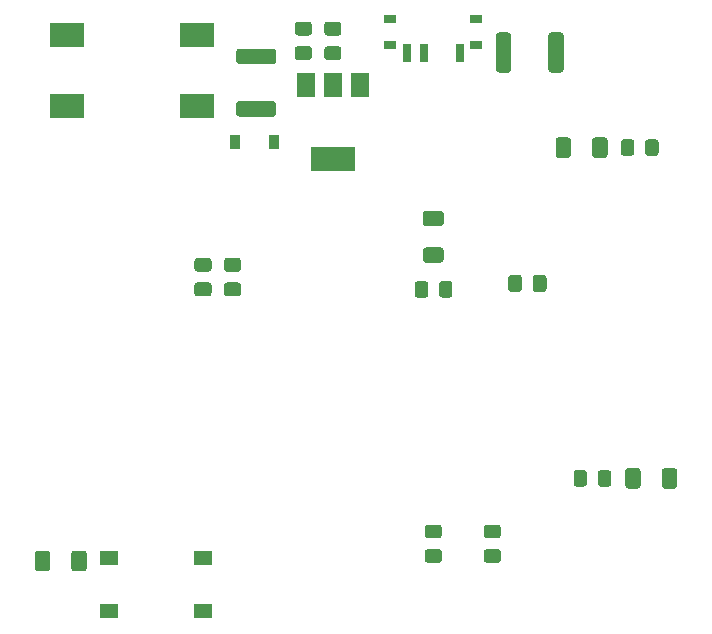
<source format=gbr>
%TF.GenerationSoftware,KiCad,Pcbnew,(5.1.7)-1*%
%TF.CreationDate,2021-07-08T13:40:54+10:00*%
%TF.ProjectId,AVRDevBoardRev1.1,41565244-6576-4426-9f61-726452657631,rev?*%
%TF.SameCoordinates,Original*%
%TF.FileFunction,Paste,Top*%
%TF.FilePolarity,Positive*%
%FSLAX46Y46*%
G04 Gerber Fmt 4.6, Leading zero omitted, Abs format (unit mm)*
G04 Created by KiCad (PCBNEW (5.1.7)-1) date 2021-07-08 13:40:54*
%MOMM*%
%LPD*%
G01*
G04 APERTURE LIST*
%ADD10R,0.900000X1.200000*%
%ADD11R,3.000000X2.000000*%
%ADD12R,0.700000X1.500000*%
%ADD13R,1.000000X0.800000*%
%ADD14R,1.550000X1.300000*%
%ADD15R,3.800000X2.000000*%
%ADD16R,1.500000X2.000000*%
G04 APERTURE END LIST*
%TO.C,C2*%
G36*
G01*
X114975000Y-89087500D02*
X114025000Y-89087500D01*
G75*
G02*
X113775000Y-88837500I0J250000D01*
G01*
X113775000Y-88162500D01*
G75*
G02*
X114025000Y-87912500I250000J0D01*
G01*
X114975000Y-87912500D01*
G75*
G02*
X115225000Y-88162500I0J-250000D01*
G01*
X115225000Y-88837500D01*
G75*
G02*
X114975000Y-89087500I-250000J0D01*
G01*
G37*
G36*
G01*
X114975000Y-87012500D02*
X114025000Y-87012500D01*
G75*
G02*
X113775000Y-86762500I0J250000D01*
G01*
X113775000Y-86087500D01*
G75*
G02*
X114025000Y-85837500I250000J0D01*
G01*
X114975000Y-85837500D01*
G75*
G02*
X115225000Y-86087500I0J-250000D01*
G01*
X115225000Y-86762500D01*
G75*
G02*
X114975000Y-87012500I-250000J0D01*
G01*
G37*
%TD*%
%TO.C,C3*%
G36*
G01*
X117475000Y-87012500D02*
X116525000Y-87012500D01*
G75*
G02*
X116275000Y-86762500I0J250000D01*
G01*
X116275000Y-86087500D01*
G75*
G02*
X116525000Y-85837500I250000J0D01*
G01*
X117475000Y-85837500D01*
G75*
G02*
X117725000Y-86087500I0J-250000D01*
G01*
X117725000Y-86762500D01*
G75*
G02*
X117475000Y-87012500I-250000J0D01*
G01*
G37*
G36*
G01*
X117475000Y-89087500D02*
X116525000Y-89087500D01*
G75*
G02*
X116275000Y-88837500I0J250000D01*
G01*
X116275000Y-88162500D01*
G75*
G02*
X116525000Y-87912500I250000J0D01*
G01*
X117475000Y-87912500D01*
G75*
G02*
X117725000Y-88162500I0J-250000D01*
G01*
X117725000Y-88837500D01*
G75*
G02*
X117475000Y-89087500I-250000J0D01*
G01*
G37*
%TD*%
%TO.C,C4*%
G36*
G01*
X125025000Y-128412500D02*
X125975000Y-128412500D01*
G75*
G02*
X126225000Y-128662500I0J-250000D01*
G01*
X126225000Y-129337500D01*
G75*
G02*
X125975000Y-129587500I-250000J0D01*
G01*
X125025000Y-129587500D01*
G75*
G02*
X124775000Y-129337500I0J250000D01*
G01*
X124775000Y-128662500D01*
G75*
G02*
X125025000Y-128412500I250000J0D01*
G01*
G37*
G36*
G01*
X125025000Y-130487500D02*
X125975000Y-130487500D01*
G75*
G02*
X126225000Y-130737500I0J-250000D01*
G01*
X126225000Y-131412500D01*
G75*
G02*
X125975000Y-131662500I-250000J0D01*
G01*
X125025000Y-131662500D01*
G75*
G02*
X124775000Y-131412500I0J250000D01*
G01*
X124775000Y-130737500D01*
G75*
G02*
X125025000Y-130487500I250000J0D01*
G01*
G37*
%TD*%
%TO.C,C5*%
G36*
G01*
X130025000Y-130487500D02*
X130975000Y-130487500D01*
G75*
G02*
X131225000Y-130737500I0J-250000D01*
G01*
X131225000Y-131412500D01*
G75*
G02*
X130975000Y-131662500I-250000J0D01*
G01*
X130025000Y-131662500D01*
G75*
G02*
X129775000Y-131412500I0J250000D01*
G01*
X129775000Y-130737500D01*
G75*
G02*
X130025000Y-130487500I250000J0D01*
G01*
G37*
G36*
G01*
X130025000Y-128412500D02*
X130975000Y-128412500D01*
G75*
G02*
X131225000Y-128662500I0J-250000D01*
G01*
X131225000Y-129337500D01*
G75*
G02*
X130975000Y-129587500I-250000J0D01*
G01*
X130025000Y-129587500D01*
G75*
G02*
X129775000Y-129337500I0J250000D01*
G01*
X129775000Y-128662500D01*
G75*
G02*
X130025000Y-128412500I250000J0D01*
G01*
G37*
%TD*%
%TO.C,C6*%
G36*
G01*
X108975000Y-109087500D02*
X108025000Y-109087500D01*
G75*
G02*
X107775000Y-108837500I0J250000D01*
G01*
X107775000Y-108162500D01*
G75*
G02*
X108025000Y-107912500I250000J0D01*
G01*
X108975000Y-107912500D01*
G75*
G02*
X109225000Y-108162500I0J-250000D01*
G01*
X109225000Y-108837500D01*
G75*
G02*
X108975000Y-109087500I-250000J0D01*
G01*
G37*
G36*
G01*
X108975000Y-107012500D02*
X108025000Y-107012500D01*
G75*
G02*
X107775000Y-106762500I0J250000D01*
G01*
X107775000Y-106087500D01*
G75*
G02*
X108025000Y-105837500I250000J0D01*
G01*
X108975000Y-105837500D01*
G75*
G02*
X109225000Y-106087500I0J-250000D01*
G01*
X109225000Y-106762500D01*
G75*
G02*
X108975000Y-107012500I-250000J0D01*
G01*
G37*
%TD*%
%TO.C,C7*%
G36*
G01*
X106475000Y-109087500D02*
X105525000Y-109087500D01*
G75*
G02*
X105275000Y-108837500I0J250000D01*
G01*
X105275000Y-108162500D01*
G75*
G02*
X105525000Y-107912500I250000J0D01*
G01*
X106475000Y-107912500D01*
G75*
G02*
X106725000Y-108162500I0J-250000D01*
G01*
X106725000Y-108837500D01*
G75*
G02*
X106475000Y-109087500I-250000J0D01*
G01*
G37*
G36*
G01*
X106475000Y-107012500D02*
X105525000Y-107012500D01*
G75*
G02*
X105275000Y-106762500I0J250000D01*
G01*
X105275000Y-106087500D01*
G75*
G02*
X105525000Y-105837500I250000J0D01*
G01*
X106475000Y-105837500D01*
G75*
G02*
X106725000Y-106087500I0J-250000D01*
G01*
X106725000Y-106762500D01*
G75*
G02*
X106475000Y-107012500I-250000J0D01*
G01*
G37*
%TD*%
%TO.C,C8*%
G36*
G01*
X133912500Y-108475000D02*
X133912500Y-107525000D01*
G75*
G02*
X134162500Y-107275000I250000J0D01*
G01*
X134837500Y-107275000D01*
G75*
G02*
X135087500Y-107525000I0J-250000D01*
G01*
X135087500Y-108475000D01*
G75*
G02*
X134837500Y-108725000I-250000J0D01*
G01*
X134162500Y-108725000D01*
G75*
G02*
X133912500Y-108475000I0J250000D01*
G01*
G37*
G36*
G01*
X131837500Y-108475000D02*
X131837500Y-107525000D01*
G75*
G02*
X132087500Y-107275000I250000J0D01*
G01*
X132762500Y-107275000D01*
G75*
G02*
X133012500Y-107525000I0J-250000D01*
G01*
X133012500Y-108475000D01*
G75*
G02*
X132762500Y-108725000I-250000J0D01*
G01*
X132087500Y-108725000D01*
G75*
G02*
X131837500Y-108475000I0J250000D01*
G01*
G37*
%TD*%
D10*
%TO.C,D1*%
X112000000Y-96000000D03*
X108700000Y-96000000D03*
%TD*%
%TO.C,D2*%
G36*
G01*
X127125000Y-108049999D02*
X127125000Y-108950001D01*
G75*
G02*
X126875001Y-109200000I-249999J0D01*
G01*
X126224999Y-109200000D01*
G75*
G02*
X125975000Y-108950001I0J249999D01*
G01*
X125975000Y-108049999D01*
G75*
G02*
X126224999Y-107800000I249999J0D01*
G01*
X126875001Y-107800000D01*
G75*
G02*
X127125000Y-108049999I0J-249999D01*
G01*
G37*
G36*
G01*
X125075000Y-108049999D02*
X125075000Y-108950001D01*
G75*
G02*
X124825001Y-109200000I-249999J0D01*
G01*
X124174999Y-109200000D01*
G75*
G02*
X123925000Y-108950001I0J249999D01*
G01*
X123925000Y-108049999D01*
G75*
G02*
X124174999Y-107800000I249999J0D01*
G01*
X124825001Y-107800000D01*
G75*
G02*
X125075000Y-108049999I0J-249999D01*
G01*
G37*
%TD*%
%TO.C,D3*%
G36*
G01*
X139425000Y-124950001D02*
X139425000Y-124049999D01*
G75*
G02*
X139674999Y-123800000I249999J0D01*
G01*
X140325001Y-123800000D01*
G75*
G02*
X140575000Y-124049999I0J-249999D01*
G01*
X140575000Y-124950001D01*
G75*
G02*
X140325001Y-125200000I-249999J0D01*
G01*
X139674999Y-125200000D01*
G75*
G02*
X139425000Y-124950001I0J249999D01*
G01*
G37*
G36*
G01*
X137375000Y-124950001D02*
X137375000Y-124049999D01*
G75*
G02*
X137624999Y-123800000I249999J0D01*
G01*
X138275001Y-123800000D01*
G75*
G02*
X138525000Y-124049999I0J-249999D01*
G01*
X138525000Y-124950001D01*
G75*
G02*
X138275001Y-125200000I-249999J0D01*
G01*
X137624999Y-125200000D01*
G75*
G02*
X137375000Y-124950001I0J249999D01*
G01*
G37*
%TD*%
%TO.C,D4*%
G36*
G01*
X144575000Y-96049999D02*
X144575000Y-96950001D01*
G75*
G02*
X144325001Y-97200000I-249999J0D01*
G01*
X143674999Y-97200000D01*
G75*
G02*
X143425000Y-96950001I0J249999D01*
G01*
X143425000Y-96049999D01*
G75*
G02*
X143674999Y-95800000I249999J0D01*
G01*
X144325001Y-95800000D01*
G75*
G02*
X144575000Y-96049999I0J-249999D01*
G01*
G37*
G36*
G01*
X142525000Y-96049999D02*
X142525000Y-96950001D01*
G75*
G02*
X142275001Y-97200000I-249999J0D01*
G01*
X141624999Y-97200000D01*
G75*
G02*
X141375000Y-96950001I0J249999D01*
G01*
X141375000Y-96049999D01*
G75*
G02*
X141624999Y-95800000I249999J0D01*
G01*
X142275001Y-95800000D01*
G75*
G02*
X142525000Y-96049999I0J-249999D01*
G01*
G37*
%TD*%
%TO.C,F2*%
G36*
G01*
X111950001Y-93875000D02*
X109049999Y-93875000D01*
G75*
G02*
X108800000Y-93625001I0J249999D01*
G01*
X108800000Y-92824999D01*
G75*
G02*
X109049999Y-92575000I249999J0D01*
G01*
X111950001Y-92575000D01*
G75*
G02*
X112200000Y-92824999I0J-249999D01*
G01*
X112200000Y-93625001D01*
G75*
G02*
X111950001Y-93875000I-249999J0D01*
G01*
G37*
G36*
G01*
X111950001Y-89425000D02*
X109049999Y-89425000D01*
G75*
G02*
X108800000Y-89175001I0J249999D01*
G01*
X108800000Y-88374999D01*
G75*
G02*
X109049999Y-88125000I249999J0D01*
G01*
X111950001Y-88125000D01*
G75*
G02*
X112200000Y-88374999I0J-249999D01*
G01*
X112200000Y-89175001D01*
G75*
G02*
X111950001Y-89425000I-249999J0D01*
G01*
G37*
%TD*%
D11*
%TO.C,J5*%
X105500000Y-87000000D03*
X105500000Y-93000000D03*
X94500000Y-93000000D03*
X94500000Y-87000000D03*
%TD*%
%TO.C,R1*%
G36*
G01*
X93050000Y-130874999D02*
X93050000Y-132125001D01*
G75*
G02*
X92800001Y-132375000I-249999J0D01*
G01*
X91999999Y-132375000D01*
G75*
G02*
X91750000Y-132125001I0J249999D01*
G01*
X91750000Y-130874999D01*
G75*
G02*
X91999999Y-130625000I249999J0D01*
G01*
X92800001Y-130625000D01*
G75*
G02*
X93050000Y-130874999I0J-249999D01*
G01*
G37*
G36*
G01*
X96150000Y-130874999D02*
X96150000Y-132125001D01*
G75*
G02*
X95900001Y-132375000I-249999J0D01*
G01*
X95099999Y-132375000D01*
G75*
G02*
X94850000Y-132125001I0J249999D01*
G01*
X94850000Y-130874999D01*
G75*
G02*
X95099999Y-130625000I249999J0D01*
G01*
X95900001Y-130625000D01*
G75*
G02*
X96150000Y-130874999I0J-249999D01*
G01*
G37*
%TD*%
%TO.C,R2*%
G36*
G01*
X126125001Y-106250000D02*
X124874999Y-106250000D01*
G75*
G02*
X124625000Y-106000001I0J249999D01*
G01*
X124625000Y-105199999D01*
G75*
G02*
X124874999Y-104950000I249999J0D01*
G01*
X126125001Y-104950000D01*
G75*
G02*
X126375000Y-105199999I0J-249999D01*
G01*
X126375000Y-106000001D01*
G75*
G02*
X126125001Y-106250000I-249999J0D01*
G01*
G37*
G36*
G01*
X126125001Y-103150000D02*
X124874999Y-103150000D01*
G75*
G02*
X124625000Y-102900001I0J249999D01*
G01*
X124625000Y-102099999D01*
G75*
G02*
X124874999Y-101850000I249999J0D01*
G01*
X126125001Y-101850000D01*
G75*
G02*
X126375000Y-102099999I0J-249999D01*
G01*
X126375000Y-102900001D01*
G75*
G02*
X126125001Y-103150000I-249999J0D01*
G01*
G37*
%TD*%
%TO.C,R3*%
G36*
G01*
X144850000Y-125125001D02*
X144850000Y-123874999D01*
G75*
G02*
X145099999Y-123625000I249999J0D01*
G01*
X145900001Y-123625000D01*
G75*
G02*
X146150000Y-123874999I0J-249999D01*
G01*
X146150000Y-125125001D01*
G75*
G02*
X145900001Y-125375000I-249999J0D01*
G01*
X145099999Y-125375000D01*
G75*
G02*
X144850000Y-125125001I0J249999D01*
G01*
G37*
G36*
G01*
X141750000Y-125125001D02*
X141750000Y-123874999D01*
G75*
G02*
X141999999Y-123625000I249999J0D01*
G01*
X142800001Y-123625000D01*
G75*
G02*
X143050000Y-123874999I0J-249999D01*
G01*
X143050000Y-125125001D01*
G75*
G02*
X142800001Y-125375000I-249999J0D01*
G01*
X141999999Y-125375000D01*
G75*
G02*
X141750000Y-125125001I0J249999D01*
G01*
G37*
%TD*%
%TO.C,R4*%
G36*
G01*
X140250000Y-95874999D02*
X140250000Y-97125001D01*
G75*
G02*
X140000001Y-97375000I-249999J0D01*
G01*
X139199999Y-97375000D01*
G75*
G02*
X138950000Y-97125001I0J249999D01*
G01*
X138950000Y-95874999D01*
G75*
G02*
X139199999Y-95625000I249999J0D01*
G01*
X140000001Y-95625000D01*
G75*
G02*
X140250000Y-95874999I0J-249999D01*
G01*
G37*
G36*
G01*
X137150000Y-95874999D02*
X137150000Y-97125001D01*
G75*
G02*
X136900001Y-97375000I-249999J0D01*
G01*
X136099999Y-97375000D01*
G75*
G02*
X135850000Y-97125001I0J249999D01*
G01*
X135850000Y-95874999D01*
G75*
G02*
X136099999Y-95625000I249999J0D01*
G01*
X136900001Y-95625000D01*
G75*
G02*
X137150000Y-95874999I0J-249999D01*
G01*
G37*
%TD*%
D12*
%TO.C,SW1*%
X127750000Y-88500000D03*
X124750000Y-88500000D03*
X123250000Y-88500000D03*
D13*
X129150000Y-85640000D03*
X121850000Y-85640000D03*
X121850000Y-87850000D03*
X129150000Y-87850000D03*
%TD*%
D14*
%TO.C,SW2*%
X98025000Y-135750000D03*
X98025000Y-131250000D03*
X105975000Y-131250000D03*
X105975000Y-135750000D03*
%TD*%
D15*
%TO.C,U1*%
X117000000Y-97500000D03*
D16*
X117000000Y-91200000D03*
X114700000Y-91200000D03*
X119300000Y-91200000D03*
%TD*%
%TO.C,F1*%
G36*
G01*
X130800000Y-89900001D02*
X130800000Y-86999999D01*
G75*
G02*
X131049999Y-86750000I249999J0D01*
G01*
X131850001Y-86750000D01*
G75*
G02*
X132100000Y-86999999I0J-249999D01*
G01*
X132100000Y-89900001D01*
G75*
G02*
X131850001Y-90150000I-249999J0D01*
G01*
X131049999Y-90150000D01*
G75*
G02*
X130800000Y-89900001I0J249999D01*
G01*
G37*
G36*
G01*
X135250000Y-89900001D02*
X135250000Y-86999999D01*
G75*
G02*
X135499999Y-86750000I249999J0D01*
G01*
X136300001Y-86750000D01*
G75*
G02*
X136550000Y-86999999I0J-249999D01*
G01*
X136550000Y-89900001D01*
G75*
G02*
X136300001Y-90150000I-249999J0D01*
G01*
X135499999Y-90150000D01*
G75*
G02*
X135250000Y-89900001I0J249999D01*
G01*
G37*
%TD*%
M02*

</source>
